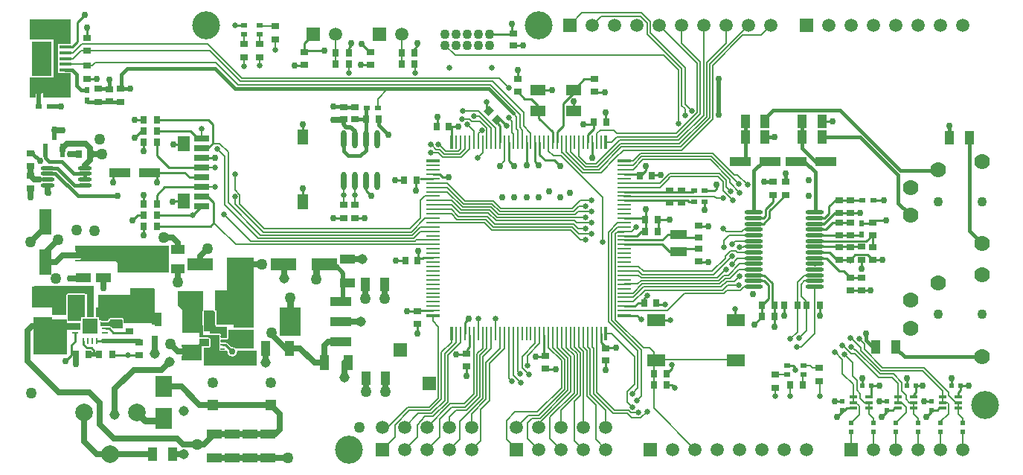
<source format=gtl>
%FSTAX23Y23*%
%MOIN*%
%SFA1B1*%

%IPPOS*%
%AMD44*
4,1,4,0.001400,0.023600,-0.023600,-0.001400,-0.001400,-0.023600,0.023600,0.001400,0.001400,0.023600,0.0*
%
%ADD10R,0.106300X0.100390*%
%ADD11R,0.094490X0.039370*%
%ADD12R,0.094490X0.129920*%
%ADD13R,0.043310X0.066930*%
%ADD14R,0.066930X0.043310*%
%ADD15R,0.019690X0.023620*%
%ADD16R,0.023620X0.019690*%
%ADD17R,0.094490X0.039370*%
%ADD18R,0.033470X0.013780*%
%ADD19R,0.035430X0.027560*%
%ADD20R,0.039370X0.059060*%
%ADD21R,0.035430X0.031500*%
%ADD22R,0.027560X0.035430*%
%ADD23R,0.031500X0.035430*%
%ADD24O,0.082680X0.017720*%
%ADD25R,0.031500X0.023620*%
%ADD26R,0.074800X0.043310*%
%ADD27R,0.070870X0.047240*%
%ADD28R,0.082680X0.055120*%
%ADD29R,0.070870X0.031500*%
%ADD30R,0.047240X0.070870*%
%ADD31R,0.055120X0.070870*%
%ADD32R,0.059060X0.015750*%
%ADD33R,0.059060X0.011020*%
%ADD34R,0.015750X0.059060*%
%ADD35R,0.011020X0.059060*%
%ADD36R,0.023620X0.031500*%
%ADD37R,0.035430X0.062990*%
%ADD38R,0.019690X0.011020*%
%ADD39R,0.039370X0.051180*%
%ADD40R,0.082680X0.064960*%
%ADD41R,0.072840X0.092520*%
%ADD42O,0.023620X0.080710*%
%ADD43R,0.031500X0.019690*%
G04~CAMADD=44~9~0.0~0.0~354.3~315.0~0.0~0.0~0~0.0~0.0~0.0~0.0~0~0.0~0.0~0.0~0.0~0~0.0~0.0~0.0~45.0~472.0~471.0*
%ADD44D44*%
%ADD45R,0.118110X0.055120*%
%ADD46O,0.062990X0.017720*%
%ADD47R,0.053150X0.015750*%
%ADD48R,0.090550X0.157480*%
%ADD49R,0.062990X0.094490*%
%ADD50O,0.031500X0.009840*%
%ADD51O,0.009840X0.031500*%
%ADD52R,0.068110X0.068110*%
%ADD53R,0.055120X0.118110*%
%ADD54R,0.023620X0.059060*%
%ADD55R,0.025590X0.051180*%
%ADD56R,0.059060X0.039370*%
%ADD57C,0.015000*%
%ADD58C,0.025000*%
%ADD59C,0.008000*%
%ADD60C,0.030000*%
%ADD61C,0.020000*%
%ADD62C,0.010000*%
%ADD63C,0.125100*%
%ADD64C,0.059060*%
%ADD65R,0.059060X0.059060*%
%ADD66C,0.070000*%
%ADD67C,0.043310*%
%ADD68R,0.059060X0.059060*%
%ADD69C,0.049210*%
%ADD70R,0.049210X0.049210*%
%ADD71C,0.078740*%
%ADD72C,0.066930*%
%ADD73C,0.050000*%
%ADD74C,0.025000*%
%ADD75C,0.030000*%
%ADD76C,0.019690*%
%ADD77C,0.045000*%
%LNmako_dsp_r1.6-1*%
%LPD*%
G36*
X01063Y00552D02*
X00982D01*
X00982Y00552*
X00975Y00556*
X00967Y00558*
X00962Y00557*
X00944Y00575*
X00941Y00577*
X0094Y00577*
Y00578*
X00915*
Y00591*
X0094*
X00942*
X00946Y00593*
X00948Y00598*
Y00635*
X01063*
Y00552*
G37*
G36*
X00884Y00718D02*
X00889Y00716D01*
X0089*
Y00657*
X00892Y00652*
X00897Y0065*
X00942*
Y00598*
X0094*
X00915*
Y00613*
X00913Y00617*
X00908Y00619*
X00867*
Y00627*
X00841*
Y00655*
X00841Y00655*
Y00718*
X00841Y00718*
Y00722*
X00882*
X00884Y00718*
G37*
G36*
X0062Y00817D02*
X0062Y00713D01*
X00651*
Y00652*
X00621*
Y00666*
X00481*
Y00681*
X0048Y00684*
Y00686*
X00478*
X00475Y00687*
X00419*
X00419Y00687*
X00418Y00687*
X00416Y00686*
X00415Y00686*
X00415Y00685*
X00415Y00685*
X00414Y00685*
X00414Y00685*
X00414Y00685*
X00414Y00684*
X00413Y00683*
X00412Y00681*
X00412Y00678*
X00411Y00677*
X00409Y00676*
X00407Y00676*
X00386*
X00384Y00676*
X00384Y00676*
X00382Y00676*
X0038Y00677*
X00375*
X00374Y00677*
X0037Y00679*
Y00691*
X00355*
Y00736*
X00365*
Y00791*
X0051*
Y00821*
X00616*
X0062Y00817*
G37*
G36*
X00836Y00733D02*
X00835Y00732D01*
Y00718*
X00834*
Y00655*
X00835*
Y00616*
X00838Y00613*
X00908*
Y00595*
Y00575*
Y00555*
X0091*
Y00542*
X00942*
X00945Y00538*
X00945Y00537*
X00947Y00528*
X00951Y00521*
X00958Y00517*
X00967Y00515*
X00975Y00517*
X00982Y00521*
X00986Y00528*
X00988Y00537*
X00988Y00538*
X00991Y00542*
X01077*
Y00474*
X00838*
Y00555*
X00865*
Y00557*
X00866Y00558*
X00868Y00563*
Y00594*
X00866Y00598*
X00862Y006*
X00858*
Y00601*
X00857Y00601*
X00819*
Y00622*
X00742*
Y00725*
X00722Y00745*
Y00807*
X00836*
Y00733*
G37*
G36*
X00862Y00563D02*
X00831D01*
Y005*
X00739*
Y00519*
X00777*
X00784Y00521*
X0079Y00525*
X00794Y00531*
X00795Y00538*
X00794Y00546*
X0079Y00552*
X00784Y00556*
X00777Y00557*
X00739*
Y00569*
X00812*
X00819Y00576*
Y00594*
X00862*
Y00563*
G37*
G36*
X0016Y00681D02*
X00225D01*
Y00666*
X00285*
Y00636*
X00225*
Y00526*
X00075*
Y00691*
X0016*
Y00681*
G37*
G36*
X00682Y00891D02*
X00452D01*
Y00936*
X00447Y00941*
X00262*
Y00949*
X00275*
X00282Y0095*
X00288Y00954*
X00292Y0096*
X00293Y00968*
X00292Y00975*
X00288Y00981*
X00282Y00985*
X00275Y00987*
X00262*
Y01011*
X00682*
Y00891*
G37*
G36*
X01063Y00946D02*
X01005D01*
X01002Y00946*
X00999Y00946*
X00992Y00945*
X00986Y00941*
X00985Y0094*
X00981Y00934*
X00979Y00927*
X00981Y00919*
X00985Y00913*
X00991Y00909*
X00998Y00908*
X01004Y00909*
X01005Y00909*
X01063*
Y00646*
X00972*
Y00657*
X00897*
Y00723*
X00889*
Y00811*
X00943*
Y00959*
X01063*
Y00946*
G37*
G36*
X00244Y01915D02*
X00186D01*
Y01887*
Y01861*
Y01836*
Y0181*
Y01784*
X00244*
Y01675*
X00118*
Y01721*
X00117Y01727*
X00113Y01732*
X00108Y01736*
X00101Y01737*
X00095Y01736*
X0009Y01732*
X00086Y01727*
X00085Y01721*
Y01675*
X00059*
Y01765*
X00062*
X00062*
X00165*
Y01934*
X00062*
X00062*
X00059Y01938*
Y02025*
X00244*
Y01915*
G37*
G36*
X00474Y0068D02*
X00475Y00679D01*
Y00666*
Y00641*
X00432*
X00424Y00648*
X00421Y00651*
X00416Y00652*
X00408*
X00408Y00652*
X00386*
X00382Y00651*
X00381Y00651*
X00375*
Y0067*
X00375Y0067*
X00376Y00671*
X00379*
X0038Y0067*
X0038*
X00381Y0067*
X00382Y0067*
X00382Y0067*
X00386Y00669*
X00408*
X00409Y00669*
X0041Y00669*
X00412Y0067*
X00414Y00671*
X00414Y00671*
X00415Y00672*
X00416Y00673*
X00417Y00674*
X00418Y00676*
X00418Y00677*
X00418Y00679*
X00419Y00679*
X00419Y0068*
X00419Y0068*
X00419Y0068*
X0042Y0068*
X0042Y00681*
X00473*
X00474Y0068*
G37*
G36*
X00305Y00691D02*
X0029D01*
Y00676*
X00231*
Y00681*
X0023Y00684*
Y00791*
X00305*
Y00691*
G37*
G36*
X00345Y00691D02*
X00315D01*
Y00796*
X00308*
X00305Y00797*
X0023*
X00226Y00796*
X00225*
Y00794*
X00223Y00791*
Y00701*
X0016*
Y00736*
X0007*
Y00827*
X00076Y00829*
X00078Y00831*
X00345*
Y00691*
G37*
G54D10*
X00565Y00941D03*
Y0077D03*
G54D11*
X01454Y00581D03*
Y00672D03*
Y00762D03*
G54D12*
X01225Y00672D03*
G54D13*
X0138Y00487D03*
X01487D03*
X00813Y00772D03*
X0092D03*
X01116Y00552D03*
X01222D03*
G54D14*
X01484Y00844D03*
Y00951D03*
X00777Y00645D03*
Y00538D03*
X00965Y00061D03*
Y00168D03*
X01045Y00061D03*
Y00168D03*
X01125Y00061D03*
Y00168D03*
X00885Y00061D03*
Y00168D03*
X0011Y00759D03*
Y00652D03*
X0039Y00974D03*
Y00867D03*
X003Y00974D03*
Y00867D03*
G54D15*
X037Y00275D03*
Y00314D03*
X041Y00275D03*
Y00314D03*
X039Y00275D03*
Y00314D03*
X0424Y00219D03*
Y0018D03*
X0414Y00219D03*
Y0018D03*
X0404Y00219D03*
Y0018D03*
X0394Y00219D03*
Y0018D03*
X0384Y00219D03*
Y0018D03*
X0374Y00219D03*
Y0018D03*
G54D16*
X04229Y00385D03*
X0419D03*
X04029D03*
X0399D03*
X03829D03*
X0379D03*
G54D17*
X03626Y0139D03*
X03493D03*
X03243D03*
X03376D03*
X00595Y0134D03*
X00462D03*
G54D18*
X04148Y00335D03*
Y0031D03*
Y00284D03*
X04221D03*
Y0031D03*
Y00335D03*
X03948D03*
Y0031D03*
Y00284D03*
X04021D03*
Y0031D03*
Y00335D03*
X03748D03*
Y0031D03*
Y00284D03*
X03821D03*
Y0031D03*
Y00335D03*
G54D19*
X0339Y0124D03*
Y01299D03*
X03445Y0124D03*
Y01299D03*
X03785Y00948D03*
Y01007D03*
X00315Y01943D03*
Y01884D03*
Y01759D03*
Y01818D03*
X00365Y01714D03*
Y01655D03*
X00465Y01714D03*
Y01655D03*
X01515Y01194D03*
Y01135D03*
X01465D03*
Y01194D03*
X0102Y01855D03*
Y01914D03*
X0109D03*
Y01855D03*
X0116Y01994D03*
Y01935D03*
X00063Y01267D03*
Y01326D03*
Y01367D03*
Y01426D03*
X0055Y00521D03*
Y0058D03*
X03595Y00405D03*
Y00464D03*
X034Y00434D03*
Y00375D03*
G54D20*
X03521Y0157D03*
X03608D03*
Y015D03*
X03521D03*
X03266D03*
X03353D03*
Y0157D03*
X03266D03*
X04181Y01495D03*
X04268D03*
X03851Y0056D03*
X03938D03*
X00611Y0008D03*
X00698D03*
X01565Y0042D03*
X01652D03*
X01564Y0084D03*
X01651D03*
G54D21*
X03835Y0106D03*
Y01115D03*
Y01005D03*
Y0095D03*
X03736Y00868D03*
Y00813D03*
X03785Y00868D03*
Y00813D03*
X03685Y01115D03*
Y0106D03*
X03735Y01115D03*
Y0106D03*
X03685Y01005D03*
Y0095D03*
X03735Y01005D03*
Y0095D03*
X03685Y0116D03*
Y01215D03*
X03735Y0116D03*
Y01215D03*
X03055Y00997D03*
Y00942D03*
Y01047D03*
Y01102D03*
X02225Y01907D03*
Y01962D03*
X0259Y01757D03*
Y01702D03*
X02245Y01757D03*
Y01702D03*
X01585Y01877D03*
Y01822D03*
X0129Y01877D03*
Y01822D03*
X00415Y01657D03*
Y01712D03*
X01465Y01577D03*
Y01632D03*
X01515Y01577D03*
Y01632D03*
X02925Y01259D03*
Y01204D03*
X0298Y01259D03*
Y01204D03*
X0264Y00552D03*
Y00497D03*
X0237Y00517D03*
Y00462D03*
X02015Y00527D03*
Y00472D03*
X01795Y00717D03*
Y00662D03*
X0019Y00663D03*
Y00718D03*
X00505Y00683D03*
Y00628D03*
G54D22*
X0344Y00745D03*
X03499D03*
X03599D03*
X0354D03*
X01725Y01875D03*
X01784D03*
X01725Y01825D03*
X01784D03*
X0143Y01875D03*
X01489D03*
X0143Y01825D03*
X01489D03*
X02914Y0039D03*
X02855D03*
X00569Y01525D03*
X00628D03*
X00569Y01575D03*
X00628D03*
X00569Y01475D03*
X00628D03*
X00569Y012D03*
X00628D03*
X00569Y011D03*
X00628D03*
X00569Y0115D03*
X00628D03*
X00265Y00526D03*
X00324D03*
X0037D03*
X00429D03*
X03465Y0039D03*
X03524D03*
G54D23*
X0334Y00745D03*
X03395D03*
X0334Y00695D03*
X03395D03*
X02857Y0044D03*
X02912D03*
X01567Y0158D03*
X01622D03*
X02812Y00755D03*
X02867D03*
X01797Y00945D03*
X01742D03*
X01792Y01305D03*
X01737D03*
X01937Y01545D03*
X01882D03*
X02587Y01565D03*
X02642D03*
X02792Y01325D03*
X02847D03*
X02817Y0113D03*
X02872D03*
X02817Y01075D03*
X02872D03*
X00333Y01422D03*
X00278D03*
G54D24*
X03575Y00828D03*
Y00854D03*
Y00879D03*
Y00905D03*
Y00931D03*
Y00956D03*
Y00982D03*
Y01007D03*
Y01033D03*
Y01058D03*
Y01084D03*
Y0111D03*
Y01135D03*
Y01161D03*
X03304Y00828D03*
Y00854D03*
Y00879D03*
Y00905D03*
Y00931D03*
Y00956D03*
Y00982D03*
Y01007D03*
Y01033D03*
Y01058D03*
Y01084D03*
Y0111D03*
Y01135D03*
Y01161D03*
G54D25*
X03036Y01207D03*
X03083D03*
X03036Y01257D03*
X03083D03*
X00149Y01634D03*
X00101D03*
X01618Y0163D03*
X01571D03*
X03838Y01215D03*
X03791D03*
G54D26*
X02965Y01061D03*
Y00985D03*
G54D27*
X02495Y01615D03*
X02337D03*
Y0171D03*
X02495D03*
G54D28*
X03222Y0068D03*
X02867D03*
X03222Y00499D03*
X02867D03*
G54D29*
X00829Y01188D03*
Y01232D03*
Y01275D03*
Y01318D03*
Y01362D03*
Y01405D03*
Y01448D03*
Y01492D03*
G54D30*
X01284Y0121D03*
Y01499D03*
G54D31*
X0075Y01468D03*
Y01212D03*
G54D32*
X02724Y01393D03*
Y007D03*
X01865D03*
Y01393D03*
G54D33*
X02724Y01371D03*
Y01352D03*
Y01332D03*
Y01312D03*
Y01293D03*
Y01273D03*
Y01253D03*
Y01234D03*
Y01214D03*
Y01194D03*
Y01175D03*
Y01155D03*
Y01135D03*
Y01115D03*
Y01096D03*
Y01076D03*
Y01056D03*
Y01037D03*
Y01017D03*
Y00997D03*
Y00978D03*
Y00958D03*
Y00938D03*
Y00919D03*
Y00899D03*
Y00879D03*
Y0086D03*
Y0084D03*
Y0082D03*
Y008D03*
Y00781D03*
Y00761D03*
Y00741D03*
Y00722D03*
X01865D03*
Y00741D03*
Y00761D03*
Y00781D03*
Y008D03*
Y0082D03*
Y0084D03*
Y0086D03*
Y00879D03*
Y00899D03*
Y00919D03*
Y00938D03*
Y00958D03*
Y00978D03*
Y00997D03*
Y01017D03*
Y01037D03*
Y01056D03*
Y01076D03*
Y01096D03*
Y01115D03*
Y01135D03*
Y01155D03*
Y01175D03*
Y01194D03*
Y01214D03*
Y01234D03*
Y01253D03*
Y01273D03*
Y01293D03*
Y01312D03*
Y01332D03*
Y01352D03*
Y01371D03*
G54D34*
X02641Y00617D03*
X01948D03*
Y01476D03*
X02641D03*
G54D35*
X02619Y00617D03*
X026D03*
X0258D03*
X0256D03*
X02541D03*
X02521D03*
X02501D03*
X02482D03*
X02462D03*
X02442D03*
X02422D03*
X02403D03*
X02383D03*
X02363D03*
X02344D03*
X02324D03*
X02304D03*
X02285D03*
X02265D03*
X02245D03*
X02226D03*
X02206D03*
X02186D03*
X02167D03*
X02147D03*
X02127D03*
X02107D03*
X02088D03*
X02068D03*
X02048D03*
X02029D03*
X02009D03*
X01989D03*
X0197D03*
Y01476D03*
X01989D03*
X02009D03*
X02029D03*
X02048D03*
X02068D03*
X02088D03*
X02107D03*
X02127D03*
X02147D03*
X02167D03*
X02186D03*
X02206D03*
X02226D03*
X02245D03*
X02265D03*
X02285D03*
X02304D03*
X02324D03*
X02344D03*
X02363D03*
X02383D03*
X02403D03*
X02422D03*
X02442D03*
X02462D03*
X02482D03*
X02501D03*
X02521D03*
X02541D03*
X0256D03*
X0258D03*
X026D03*
X02619D03*
G54D36*
X00315Y01708D03*
Y01661D03*
X03785Y01111D03*
Y01063D03*
G54D37*
X00887Y00577D03*
G54D38*
X00924Y00606D03*
Y00586D03*
Y00567D03*
Y00547D03*
X00849D03*
Y00567D03*
Y00586D03*
Y00606D03*
G54D39*
X00923Y00687D03*
X0086D03*
G54D40*
X01017Y00682D03*
Y00601D03*
G54D41*
X0066Y00381D03*
Y00238D03*
G54D42*
X01465Y01302D03*
X01515D03*
X01565D03*
X01615D03*
X01465Y01487D03*
X01515D03*
X01565D03*
X01615D03*
G54D43*
X0109Y0196D03*
X01019D03*
X0109Y02D03*
X01019D03*
X03454Y00475D03*
X03525D03*
X03454Y00435D03*
X03525D03*
G54D44*
X02154Y01575D03*
X02115Y01614D03*
G54D45*
X01378Y00928D03*
X01197D03*
X01005D03*
X00824D03*
G54D46*
X00306Y01283D03*
Y01309D03*
Y01334D03*
Y0136D03*
X00139Y01283D03*
Y01309D03*
Y01334D03*
Y0136D03*
G54D47*
X00219Y01824D03*
Y01901D03*
Y01875D03*
Y0185D03*
Y01798D03*
G54D48*
X00113Y0185D03*
G54D49*
X00208Y01974D03*
Y01725D03*
G54D50*
X00263Y0068D03*
Y0066D03*
Y00641D03*
Y00621D03*
X00397D03*
Y00641D03*
Y0066D03*
Y0068D03*
G54D51*
X003Y00584D03*
X0032D03*
X0034D03*
X00359D03*
Y00717D03*
X0034D03*
X0032D03*
X003D03*
G54D52*
X0033Y00651D03*
G54D53*
X00131Y01119D03*
Y00938D03*
G54D54*
X0013Y01439D03*
X00205D03*
X00168Y01514D03*
G54D55*
X00621Y00683D03*
Y00586D03*
G54D56*
X00723Y00994D03*
Y00907D03*
G54D57*
X0047Y0178D02*
X00495Y01805D01*
X0089*
X0098Y01714*
X00269Y0173D02*
Y0178D01*
X0369Y0162D02*
X0396Y0135D01*
X0339Y0162D02*
X0369D01*
X0154Y01415D02*
X01565Y0144D01*
X01485Y01415D02*
X0154D01*
X01465Y01435D02*
X01485Y01415D01*
X0418Y01496D02*
Y0155D01*
X03614Y01499D02*
X03781D01*
X03835Y0056D02*
X03851D01*
X03805Y0059D02*
X03835Y0056D01*
X03805Y0059D02*
Y0062D01*
X03578Y01164D02*
Y01341D01*
X03575Y01161D02*
X03578Y01164D01*
X0353Y0139D02*
X03578Y01341D01*
X0358Y0139D02*
X03626D01*
X03521Y01448D02*
X0358Y0139D01*
X03521Y01448D02*
Y0157D01*
X03613Y015D02*
X03614Y01499D01*
X03353Y01583D02*
X0339Y0162D01*
X03353Y0157D02*
Y01583D01*
Y015D02*
X03395D01*
X0335Y013D02*
X03389D01*
X03266Y015D02*
Y0157D01*
Y015D02*
D01*
X03263Y0139D02*
X03266Y01393D01*
Y015*
X03445Y01299D02*
Y01335D01*
X0032Y01655D02*
X00365D01*
X03345Y0139D02*
X03376D01*
X03304Y01349D02*
X03345Y0139D01*
X03493D02*
X0353D01*
X03608Y015D02*
X03613D01*
Y01486D02*
Y015D01*
X03575Y00931D02*
X03576Y0093D01*
X03304Y01161D02*
Y01349D01*
X00415Y01712D02*
Y01754D01*
X00365Y01714D02*
X00413D01*
X00365Y01655D02*
X00465D01*
X01565Y0144D02*
Y01487D01*
X01465Y01435D02*
Y01487D01*
X01515Y01577D02*
X01517Y0158D01*
X01565*
X01567*
X01565Y01487D02*
Y0158D01*
Y01623*
X01465Y01632D02*
X01515D01*
X00219Y01798D02*
X0025D01*
X00269Y0178*
Y0173D02*
X0029Y01708D01*
X00315*
X01622Y01552D02*
Y0158D01*
Y01552D02*
X01665Y0151D01*
X03978Y00516D02*
X04345D01*
X03944Y0055D02*
X03978Y00516D01*
X03938Y00545D02*
X03944Y0055D01*
X04268Y01077D02*
Y01495D01*
Y01077D02*
X04315Y01031D01*
X04325*
X03996Y01157D02*
X04006D01*
X0396Y0135D02*
X04116D01*
X04128Y01361*
X0395Y01203D02*
X03996Y01157D01*
X0395Y01203D02*
Y0133D01*
X03781Y01499D02*
X0395Y0133D01*
X0142Y01635D02*
X01462D01*
X02115Y01714D02*
X02225Y01605D01*
X0098Y01714D02*
X01664D01*
X02115*
X00306Y01309D02*
Y01334D01*
X00275Y01234D02*
X00454D01*
X00139Y01334D02*
X00174D01*
X00275Y01234*
X00139Y0136D02*
X00184D01*
X00261Y01283D02*
X00306D01*
X00184Y0136D02*
X00261Y01283D01*
X00256Y01334D02*
X00306D01*
X00202Y01389D02*
X00256Y01334D01*
X00147Y01389D02*
X00202D01*
X00507Y01714D02*
X00508Y01714D01*
X00465Y01714D02*
X0047D01*
X00507*
X0047D02*
Y0178D01*
X0013Y01405D02*
Y01439D01*
Y01405D02*
X00147Y01389D01*
X0007Y01426D02*
X00105Y01392D01*
G54D58*
X01125Y00168D02*
X01158D01*
X01045D02*
X01125D01*
X00965D02*
X01045D01*
X00885D02*
X00965D01*
X01158D02*
X0118Y0019D01*
Y0026*
X0114Y003D02*
X0118Y0026D01*
X0088Y003D02*
X0114D01*
X0082D02*
X0088D01*
X00738Y00381D02*
X0082Y003D01*
X0066Y00381D02*
X00738D01*
X002Y01634D02*
D01*
X00611Y00079D02*
X00611Y0008D01*
X00421Y00079D02*
X00611D01*
X00698Y0008D02*
X0075D01*
X0036Y00079D02*
X00421D01*
X00303Y00136D02*
X0036Y00079D01*
X00303Y00136D02*
Y00265D01*
X0142Y01575D02*
X01462D01*
X0039Y00821D02*
Y00867D01*
X0024Y00866D02*
X00298D01*
X003Y00867*
X00265Y00481D02*
Y00526D01*
X00265Y00481D02*
X00265Y00481D01*
X00207Y00968D02*
X00275D01*
X00177Y00938D02*
X00207Y00968D01*
X01225Y00778D02*
X01226Y00779D01*
X00788Y00927D02*
X00817D01*
X00998D02*
X00999Y00928D01*
X01005D02*
X01098D01*
X01484Y00951D02*
X0155D01*
X01551Y00951*
X01198Y00865D02*
Y00924D01*
X01197Y00925D02*
X01198Y00924D01*
X01235Y00552D02*
X01271D01*
X01336Y00487*
X0138*
Y00566*
X01395Y00581*
X01454*
Y00672D02*
X01542D01*
X01116Y00488D02*
Y00552D01*
X00838Y00122D02*
X00885Y00168D01*
X00808Y00122D02*
X00838D01*
X00745D02*
X00808D01*
X00719Y00148D02*
X00745Y00122D01*
X00885Y00061D02*
X00965D01*
X01045*
X01125*
X01215*
X00063Y01326D02*
Y01367D01*
Y01228D02*
Y01267D01*
X00141Y01249D02*
Y01278D01*
X00063Y01326D02*
X0008Y01309D01*
X00103*
X0031Y01468D02*
X0033Y01447D01*
X00307Y01372D02*
X0033Y01395D01*
X00307Y01362D02*
Y01372D01*
X00171Y01528D02*
X00206D01*
X00205Y01439D02*
Y01448D01*
X00225Y01468*
X0031*
X0024Y01422D02*
X00278D01*
X00063Y01426D02*
X0007D01*
X00333Y01422D02*
X00383D01*
X0033Y01395D02*
Y01447D01*
X00131Y00938D02*
X00177D01*
X00119Y0095D02*
X00131Y00938D01*
X00119Y00972D02*
X00185Y01038D01*
X00119Y0095D02*
Y00972D01*
X00062Y01028D02*
X00119Y01085D01*
Y01119*
X00651Y00456D02*
X00686Y00491D01*
X00621Y00527D02*
Y00586D01*
X00048Y00632D02*
X00068Y00652D01*
X0011*
X0044Y00256D02*
Y00371D01*
X00525Y00456*
X00651*
X00373Y00211D02*
Y00307D01*
Y00211D02*
X00436Y00148D01*
X00719*
X00326Y00354D02*
X00373Y00307D01*
X00048Y00495D02*
Y00632D01*
Y00495D02*
X0019Y00354D01*
X00326*
X00731Y00538D02*
X00777D01*
X0069Y00571D02*
X00722Y00538D01*
X01651Y00774D02*
Y0084D01*
X01564Y00775D02*
Y0084D01*
Y00775D02*
D01*
X01566Y00357D02*
Y00419D01*
X01653Y00357D02*
Y00419D01*
X01652Y0042D02*
X01653Y00419D01*
X01471Y00422D02*
Y00486D01*
X0147Y00487D02*
X01471Y00486D01*
X01207Y00552D02*
X01222D01*
X01144Y00615D02*
X01207Y00552D01*
X01144Y00615D02*
Y00622D01*
X00824Y00964D02*
X00857Y00997D01*
X00824Y00928D02*
Y00964D01*
X00723Y00848D02*
Y00907D01*
Y00848D02*
D01*
X00658Y01049D02*
X007D01*
X00723Y01026*
Y00994D02*
Y01026D01*
G54D59*
X00646Y0023D02*
X0066Y00243D01*
X02205Y01585D02*
X0222Y0157D01*
Y0152D02*
Y0157D01*
Y0152D02*
X02226Y01513D01*
X0224Y01535D02*
Y0159D01*
X02225Y01605D02*
X0224Y0159D01*
X02255Y01541D02*
Y016D01*
X02273Y01548D02*
Y01607D01*
X02125Y01729D02*
X02255Y016D01*
X02133Y01747D02*
X02273Y01607D01*
X01003Y01747D02*
X02133D01*
X01008Y01761D02*
X02163D01*
X02205Y0172*
X0224Y01535D02*
X02245Y01529D01*
Y01476D02*
Y01529D01*
X02255Y01541D02*
X02265Y0153D01*
X02273Y01548D02*
X02304Y01516D01*
X00855Y01915D02*
X01008Y01761D01*
X00479Y01915D02*
X00855D01*
X00315Y01884D02*
X00865D01*
X00893Y01832D02*
D01*
X00352D02*
X00893D01*
X00865Y01884D02*
X01003Y01747D01*
X00479Y01915D02*
D01*
X01774Y01059D02*
X01811Y01096D01*
X00934Y01195D02*
Y01411D01*
X01811Y01096D02*
X01865D01*
X00929Y01151D02*
X01048Y01031D01*
X01001Y01197D02*
Y0124D01*
X00979Y01262D02*
X01001Y0124D01*
X00979Y012D02*
Y01231D01*
X02855Y00284D02*
Y0039D01*
Y00284D02*
X0304Y001D01*
X02835Y00555D02*
X02855Y00534D01*
X02809Y00555D02*
X02835D01*
X02684Y00679D02*
X02809Y00555D01*
X02855Y0039D02*
Y00534D01*
X02079Y00139D02*
Y00219D01*
X0204Y001D02*
X02079Y00139D01*
X01948Y00289D02*
X02009D01*
X01895Y00235D02*
X01948Y00289D01*
X02009D02*
X02062Y00342D01*
X02015Y00275D02*
X02076Y00336D01*
X0197Y00275D02*
X02015D01*
X0194Y00245D02*
X0197Y00275D01*
X02005Y00305D02*
X02048Y00348D01*
X01944Y00305D02*
X02005D01*
X0184Y002D02*
X01944Y00305D01*
X0264Y002D02*
Y00275D01*
X0257Y00345D02*
X0264Y00275D01*
X0257Y00345D02*
Y00548D01*
X02586Y00349D02*
Y00551D01*
Y00349D02*
X02674Y00261D01*
X026Y00354D02*
X0268Y00275D01*
X026Y00354D02*
Y00617D01*
X02595Y00145D02*
Y003D01*
X02555Y0034D02*
X02595Y003D01*
X02555Y0034D02*
Y00543D01*
X02383Y00556D02*
X02442Y00498D01*
Y00376D02*
Y00498D01*
X02333Y00267D02*
X02442Y00376D01*
X02403Y00556D02*
X02456Y00503D01*
Y0037D02*
Y00503D01*
X02339Y00253D02*
X02456Y0037D01*
X02423Y00556D02*
X0247Y00509D01*
Y00364D02*
Y00509D01*
X02345Y00239D02*
X0247Y00364D01*
X02442Y00556D02*
X02484Y00515D01*
Y00358D02*
Y00515D01*
X0234Y00214D02*
X02484Y00358D01*
X02462Y00556D02*
X02498Y00521D01*
Y00352D02*
Y00521D01*
X0239Y00244D02*
X02498Y00352D01*
X02482Y00556D02*
X02512Y00527D01*
Y00347D02*
Y00527D01*
X0244Y00275D02*
X02512Y00347D01*
X025Y00558D02*
X02526Y00532D01*
Y00341D02*
Y00532D01*
X025Y00315D02*
X02526Y00341D01*
X02521Y00557D02*
X0254Y00538D01*
Y002D02*
Y00538D01*
X02541Y00557D02*
X02555Y00543D01*
X0256Y00557D02*
X0257Y00548D01*
X0258Y00557D02*
X02586Y00551D01*
X0258Y00557D02*
Y00617D01*
X02245Y00449D02*
Y00617D01*
X02186Y00551D02*
Y00617D01*
X02118Y00484D02*
X02186Y00551D01*
X02118Y00319D02*
Y00484D01*
X02167Y00552D02*
Y00617D01*
X02104Y00489D02*
X02167Y00552D01*
X02104Y00324D02*
Y00489D01*
X02062Y00342D02*
Y00527D01*
X02076Y00336D02*
Y00521D01*
X0209Y0033D02*
Y00515D01*
X02088Y00552D02*
Y00617D01*
X02062Y00527D02*
X02088Y00552D01*
X02107Y00552D02*
Y00617D01*
X02076Y00521D02*
X02107Y00552D01*
X02127Y00552D02*
Y00617D01*
X0209Y00515D02*
X02127Y00552D01*
X0208Y0028D02*
X02118Y00319D01*
X0204Y0026D02*
X02104Y00324D01*
X01985Y00224D02*
X0209Y0033D01*
X02048Y00348D02*
Y00617D01*
X02798Y00338D02*
Y00546D01*
X02684Y00679D02*
Y01066D01*
X02666Y00678D02*
X02798Y00546D01*
X02666Y00678D02*
Y01067D01*
X02784Y00374D02*
Y00541D01*
X02652Y00673D02*
X02784Y00541D01*
X02652Y00673D02*
Y01073D01*
X03219Y00502D02*
X03222Y00499D01*
X0287Y00502D02*
X03219D01*
X02867Y00499D02*
X0287Y00502D01*
X02195Y00145D02*
X0224Y001D01*
X02195Y00145D02*
Y0023D01*
X03862Y00423D02*
X03922D01*
X03868Y00437D02*
X03928D01*
X03874Y00451D02*
X04059D01*
X03761Y00544D02*
X03868Y00437D01*
X03756Y00544D02*
X03761D01*
X03755Y0053D02*
X03862Y00423D01*
X03738Y0053D02*
X03755D01*
X03784Y00541D02*
X03874Y00451D01*
X03784Y00541D02*
Y00554D01*
X03738Y006D02*
X03784Y00554D01*
X0388Y00465D02*
X04065D01*
X03798Y00547D02*
X0388Y00465D01*
X03798Y00547D02*
Y00572D01*
X03922Y00423D02*
X03948Y00396D01*
X03928Y00437D02*
X03965Y004D01*
X04059Y00451D02*
X04148Y00361D01*
X04065Y00465D02*
X04175Y00354D01*
X037Y0044D02*
X03748Y00391D01*
X03745Y0043D02*
Y0049D01*
X0372Y00515D02*
X03745Y0049D01*
X037Y0044D02*
Y00503D01*
X0424Y001D02*
D01*
Y0018D01*
X0414Y001D02*
D01*
Y0018D01*
X0404Y001D02*
D01*
Y0018D01*
X0394D02*
D01*
Y001D02*
Y0018D01*
X0384Y001D02*
D01*
Y0018D01*
X0374Y001D02*
D01*
Y0018D01*
X02344Y00574D02*
Y00617D01*
X0229Y0052D02*
X02344Y00574D01*
X02324Y00574D02*
Y00617D01*
X03595Y00405D02*
X036Y004D01*
Y0034D02*
Y004D01*
X03565Y00464D02*
X03595D01*
X03555Y00475D02*
X03565Y00464D01*
X03525Y00475D02*
X03555D01*
X03524Y00435D02*
X03525Y00435D01*
X03524Y0039D02*
Y00435D01*
X03465Y0034D02*
X03465Y0034D01*
Y0039*
X034Y0034D02*
D01*
Y00375*
Y00434D02*
X03401Y00435D01*
X03454*
X02737Y00312D02*
Y00359D01*
Y00312D02*
X0276Y0029D01*
X0277Y00391D02*
Y00515D01*
X0278Y0032D02*
X02798Y00338D01*
X0276Y0035D02*
X02784Y00374D01*
X02667Y00617D02*
X0277Y00515D01*
X02641Y00617D02*
X02667D01*
X0256Y00557D02*
Y00617D01*
X02541Y00557D02*
Y00617D01*
X02521Y00557D02*
Y00617D01*
X025Y00558D02*
Y00617D01*
X02482Y00556D02*
Y00617D01*
X02462Y00556D02*
Y00617D01*
X02442Y00556D02*
Y00617D01*
X02423Y00556D02*
Y00617D01*
X02403Y00556D02*
Y00617D01*
X02383Y00556D02*
Y00617D01*
X0202Y01555D02*
X02048Y01526D01*
Y01476D02*
Y01526D01*
X02068Y01476D02*
X0207Y01477D01*
Y01515*
X02085Y0153*
X02147Y01476D02*
Y01539D01*
X02127Y01476D02*
Y01538D01*
X0189Y0033D02*
Y0065D01*
X01865Y00674D02*
X0189Y0065D01*
X01865Y00674D02*
Y007D01*
X01989Y0058D02*
Y00617D01*
X0197Y0058D02*
Y00617D01*
X01918Y00528D02*
X0197Y0058D01*
X01932Y00522D02*
X01989Y0058D01*
X01932Y00312D02*
Y00522D01*
X01918Y00318D02*
Y00528D01*
X01948Y00578D02*
Y00617D01*
X01904Y00534D02*
X01948Y00578D01*
X01904Y00324D02*
Y00534D01*
X03135Y01225D02*
X03165D01*
X03126Y01233D02*
X03135Y01225D01*
X02724Y01233D02*
X03126D01*
X03217Y00852D02*
X0324Y00875D01*
X03196Y00866D02*
X03235Y00905D01*
X0319Y0088D02*
X03241Y00931D01*
X03198Y0099D02*
X03223D01*
X03175Y00955D02*
Y00966D01*
X03198Y0099*
X0323Y00982D02*
X03304D01*
X03223Y0099D02*
X0323Y00982D01*
X03257Y01007D02*
X03304D01*
X03255Y01005D02*
X03257Y01007D01*
X0324Y01005D02*
X03255D01*
X03235Y00905D02*
X03304D01*
X03241Y00931D02*
X03304D01*
X03231Y00956D02*
X03304D01*
X03205Y0093D02*
X03231Y00956D01*
X03205Y0102D02*
X03218Y01033D01*
X03304*
X03192Y01058D02*
X03304D01*
X0317Y01005D02*
Y01036D01*
X03192Y01058*
X0318Y01075D02*
X0325D01*
X03165Y0109D02*
X0318Y01075D01*
X0374Y0056D02*
X03756Y00544D01*
X03703Y00565D02*
X03738Y0053D01*
X03775Y00595D02*
X03798Y00572D01*
X02618Y01338D02*
X02684Y01404D01*
X02445Y01429D02*
X02536Y01338D01*
X02597Y0138D02*
X02702Y01485D01*
X02554Y0138D02*
X02597D01*
X02521Y01412D02*
X02554Y0138D01*
X02603Y01366D02*
X02707Y0147D01*
X02548Y01366D02*
X02603D01*
X02482Y01432D02*
X02548Y01366D01*
X02608Y01352D02*
X02711Y01455D01*
X02542Y01352D02*
X02608D01*
X02462Y01432D02*
X02542Y01352D01*
X02536Y01338D02*
X02618D01*
X02718Y0144D02*
X0298D01*
X02684Y01405D02*
X02718Y0144D01*
X02684Y01404D02*
Y01405D01*
X02702Y01485D02*
X02966D01*
X02707Y0147D02*
X02971D01*
X02711Y01455D02*
X02976D01*
X02615Y0153D02*
X02675D01*
X026Y01515D02*
X02615Y0153D01*
X026Y01476D02*
Y01515D01*
X01865Y01155D02*
X01949D01*
X01865Y01175D02*
X01949D01*
X01865Y01194D02*
X01949D01*
X01865Y01214D02*
X01949D01*
X01865Y01253D02*
X0193D01*
X01865Y01273D02*
X0193D01*
X01865Y01293D02*
X01931D01*
X02525Y01215D02*
X02575D01*
X0249Y0118D02*
X02525Y01215D01*
X02518Y01188D02*
X02548D01*
X02496Y01166D02*
X02518Y01188D01*
X02515Y01165D02*
X02575D01*
X02502Y01152D02*
X02515Y01165D01*
X0251Y01115D02*
X02575D01*
X02501Y01124D02*
X0251Y01115D01*
X02525Y0104D02*
X0255D01*
X0252Y01065D02*
X02575D01*
X02489Y01096D02*
X0252Y01065D01*
X02483Y01082D02*
X02525Y0104D01*
X02515Y0109D02*
X0255D01*
X02495Y0111D02*
X02515Y0109D01*
X02548Y01138D02*
X0255Y0114D01*
X02548Y01188D02*
X0255Y0119D01*
X01784Y01825D02*
X01785Y01824D01*
Y01785D02*
Y01824D01*
X02694Y01096D02*
X02724D01*
X02666Y01067D02*
X02694Y01096D01*
X02694Y01115D02*
X02724D01*
X02652Y01073D02*
X02694Y01115D01*
X01753Y00289D02*
X01849D01*
X01664Y002D02*
X01753Y00289D01*
X01849D02*
X0189Y0033D01*
X01695Y0021D02*
X01759Y00275D01*
X01854*
X0174Y002D02*
X01801Y00261D01*
X0186*
X01795Y0021D02*
X01831Y00247D01*
X01866*
X01932Y00312*
X0186Y00261D02*
X01918Y00318D01*
X01854Y00275D02*
X01904Y00324D01*
X01795Y00155D02*
Y0021D01*
X0184Y002D02*
Y002D01*
X01895Y00155D02*
Y00235D01*
X01695Y00155D02*
Y0021D01*
X0164Y002D02*
X01664D01*
X0164Y001D02*
X01695Y00155D01*
X0208Y0022D02*
Y0028D01*
X01985Y00145D02*
Y00224D01*
X0204Y002D02*
Y0026D01*
X02079Y00219D02*
X0208Y0022D01*
X0174Y001D02*
X01795Y00155D01*
X0184Y001D02*
X01895Y00155D01*
X0194Y002D02*
Y00245D01*
Y001D02*
X01985Y00145D01*
X02206Y00418D02*
Y00617D01*
X02195Y0023D02*
X02232Y00267D01*
X0312Y01579D02*
Y0182D01*
X03106Y01584D02*
Y01826D01*
X03092Y0159D02*
Y01831D01*
X03078Y01596D02*
Y01998D01*
X03064Y01602D02*
Y01835D01*
X0305Y01608D02*
Y0183D01*
X0298Y01919D02*
X03064Y01835D01*
X0298Y01919D02*
Y02D01*
X03092Y01831D02*
X0318Y01919D01*
Y02*
X00099Y01723D02*
X00101Y01721D01*
X02363Y00612D02*
D01*
X02724Y0084D02*
X02724Y00841D01*
X03515Y00784D02*
X03535Y00765D01*
X03515Y00784D02*
Y0084D01*
X03535Y00755D02*
Y00765D01*
X03515Y0084D02*
X03529Y00854D01*
X03575*
X03499Y00745D02*
Y00849D01*
X03529Y00879*
X03575*
X02724Y00919D02*
X02787D01*
X02724Y00899D02*
X02787D01*
X02724Y00879D02*
X02787D01*
X01725Y01825D02*
Y0196D01*
X0143Y01825D02*
Y0196D01*
X02285Y01476D02*
X02285Y01476D01*
X02186Y01391D02*
Y01476D01*
X03507Y006D02*
X0354Y00632D01*
Y00745*
X03497Y0056D02*
X03515D01*
X03575Y0062*
Y00827*
X03575Y00828*
X03499Y00626D02*
Y00745D01*
X03467Y00595D02*
X03499Y00626D01*
X02724Y01234D02*
X02724Y01233D01*
X0374Y00219D02*
X03775Y00255D01*
X03761Y0031D02*
X03775Y00295D01*
Y00255D02*
Y00295D01*
X03748Y0031D02*
Y00335D01*
Y0031D02*
X03761D01*
X03165Y01258D02*
Y013D01*
X03208Y01215D02*
X0321D01*
X03821Y00258D02*
Y00284D01*
Y0031*
Y00258D02*
X0384Y0024D01*
Y00219D02*
Y0024D01*
X0378Y0033D02*
Y0035D01*
X038Y0031D02*
X03821D01*
X03765Y00365D02*
X0378Y0035D01*
Y0033D02*
X038Y0031D01*
X0318Y01275D02*
X032Y01255D01*
X0318Y01275D02*
Y01305D01*
X0394Y00219D02*
Y0022D01*
X03948Y0031D02*
X03965D01*
X0394Y0022D02*
X03985Y00265D01*
Y0029*
X03965Y0031D02*
X03985Y0029D01*
X03948Y0031D02*
Y00335D01*
X03195Y01295D02*
X0324Y0125D01*
X03195Y01295D02*
Y0131D01*
X03108Y01397D02*
X03195Y0131D01*
X04021Y00258D02*
Y00284D01*
Y0031*
Y00258D02*
X0404Y0024D01*
Y00219D02*
Y0024D01*
X04Y0031D02*
X04021D01*
X03985Y00325D02*
X04Y0031D01*
X0321Y01315D02*
X03235Y0129D01*
X0321Y01315D02*
Y01315D01*
X03114Y01411D02*
X0321Y01315D01*
X04221Y00258D02*
Y00284D01*
Y0031*
Y00258D02*
X0424Y0024D01*
Y00219D02*
Y0024D01*
X04175Y00343D02*
Y00354D01*
X04209Y0031D02*
X04221D01*
X04175Y00343D02*
X04209Y0031D01*
X0323Y0133D02*
X03275Y01285D01*
X03215Y0133D02*
X0323D01*
X0312Y01425D02*
X03215Y0133D01*
X0414Y00219D02*
Y00225D01*
X04175Y0026*
X0417Y0031D02*
X04175Y00304D01*
Y0026D02*
Y00304D01*
X04148Y0031D02*
Y00335D01*
Y0031D02*
X0417D01*
X04148Y00335D02*
Y00361D01*
X03735Y006D02*
X03738D01*
X03985Y00325D02*
Y00342D01*
X03965Y00362D02*
X03985Y00342D01*
X03965Y00362D02*
Y004D01*
X03948Y00335D02*
Y00396D01*
X037Y00565D02*
X03703D01*
X03745Y0043D02*
X03765Y0041D01*
Y00365D02*
Y0041D01*
X03748Y00335D02*
Y00391D01*
X03668Y00535D02*
X037Y00503D01*
X03665Y00535D02*
X03668D01*
X02595Y00145D02*
X0264Y001D01*
X025Y0014D02*
X0254Y001D01*
X02226Y00433D02*
Y00617D01*
X00829Y01492D02*
Y01536D01*
X0083Y01361D02*
X00889D01*
X00979Y01262D02*
Y01331D01*
X00906Y01438D02*
X00934Y01411D01*
X00879Y0147D02*
X00909D01*
X00949Y01431*
X0224Y002D02*
X02293Y00253D01*
X0229Y0015D02*
X0234Y001D01*
X0229Y0015D02*
Y0022D01*
X02309Y00239*
X0244Y002D02*
Y00275D01*
X0234Y002D02*
Y00214D01*
X02309Y00239D02*
X02345D01*
X02293Y00253D02*
X02339D01*
X02232Y00267D02*
X02333D01*
X0239Y0015D02*
Y00244D01*
Y0015D02*
X0244Y001D01*
X02724Y01352D02*
X02762D01*
X02724Y01371D02*
X02762D01*
X02724Y01393D02*
X02764D01*
X02762Y01352D02*
X02807Y01397D01*
X03108*
X02762Y01371D02*
X02801Y01411D01*
X03114*
X02764Y01393D02*
X02795Y01425D01*
X0312*
X02641Y01476D02*
X02666D01*
X0269Y015*
X02422Y00617D02*
X02423Y00617D01*
X02226Y00433D02*
X0226Y004D01*
X02206Y00418D02*
X0222Y00405D01*
X03165Y01258D02*
X03208Y01215D01*
X02724Y00841D02*
X02784D01*
X02724Y008D02*
X02764D01*
X02724Y00781D02*
X02764D01*
X02724Y00761D02*
X02764D01*
X02088Y01428D02*
Y01476D01*
X02065Y01405D02*
X02088Y01428D01*
X0149Y01785D02*
Y01825D01*
X02029Y01444D02*
Y01476D01*
X02009Y01444D02*
Y01476D01*
X01989Y01444D02*
Y01476D01*
X01855Y01465D02*
X01858D01*
X01993Y01408D02*
X02029Y01444D01*
X01911Y01408D02*
X01993D01*
X01987Y01422D02*
X02009Y01444D01*
X01981Y01436D02*
X01989Y01444D01*
X0189Y01465D02*
X01894D01*
X01922Y01436*
X01981*
X01917Y01422D02*
X01987D01*
X01897Y01442D02*
X01917Y01422D01*
X01891Y01428D02*
X01911Y01408D01*
X01856Y01428D02*
X01891D01*
X01855Y0143D02*
X01856Y01428D01*
X0116Y0189D02*
Y01935D01*
Y0189D02*
D01*
X01095Y01994D02*
X0116D01*
X0109Y02D02*
X01095Y01994D01*
X0109Y01914D02*
Y0196D01*
Y01914D02*
D01*
X01019Y01915D02*
Y0196D01*
Y01915D02*
X0102Y01914D01*
Y01815D02*
Y01855D01*
X0109Y0182D02*
Y01855D01*
X02724Y01076D02*
X02756D01*
X02775Y01095*
X02719Y01072D02*
X02724Y01076D01*
X0269Y01072D02*
X02719D01*
X02684Y01066D02*
X0269Y01072D01*
X02995Y01645D02*
X03025Y01615D01*
X0288Y02D02*
X0305Y0183D01*
X03078Y01998D02*
X0308Y02D01*
X03106Y01826D02*
X0328Y02D01*
X0312Y0182D02*
X03254Y01955D01*
X03335*
X0338Y02*
X0183Y01235D02*
X01865D01*
X0181Y01215D02*
X0183Y01235D01*
X00829Y01276D02*
X00889D01*
X00219Y01875D02*
X00254D01*
X00294Y01915*
X0325Y01075D02*
X03259Y01084D01*
X03304*
X0315Y01335D02*
X0318Y01305D01*
X03144Y01321D02*
X03165Y013D01*
X02839Y01966D02*
Y02016D01*
Y01966D02*
X02995Y0181D01*
Y01645D02*
Y0181D01*
X02825Y0196D02*
X02981Y01804D01*
X02825Y0196D02*
Y0201D01*
X02981Y01639D02*
Y01804D01*
Y01639D02*
X02995Y01625D01*
Y01595D02*
Y01625D01*
X00949Y01205D02*
Y01431D01*
X0183Y01135D02*
X01865D01*
X0181Y01135D02*
Y01215D01*
X02795Y0204D02*
X02825Y0201D01*
X02801Y02054D02*
X02839Y02016D01*
X0258Y02D02*
X0262Y0204D01*
X02795*
X02534Y02054D02*
X02801D01*
X0248Y02D02*
X02534Y02054D01*
X01858Y01465D02*
X0188Y01442D01*
X01897*
X02147Y00617D02*
Y00685D01*
X02068Y00617D02*
Y00685D01*
X02715Y00722D02*
X02917D01*
X02994Y00799*
X02784Y00841D02*
X02798Y00855D01*
X02764Y008D02*
X02804Y00841D01*
X02764Y00781D02*
X0281Y00827D01*
X03117Y00897D02*
X03175Y00955D01*
X0281Y00897D02*
X03117D01*
X02787Y00919D02*
X0281Y00897D01*
X03123Y00883D02*
X03205Y00965D01*
X02804Y00883D02*
X03123D01*
X02787Y00899D02*
X02804Y00883D01*
X02787Y00879D02*
X02798Y00869D01*
X02764Y00761D02*
X02816Y00813D01*
X025Y0014D02*
Y00315D01*
X0192Y0191D02*
X01965Y01865D01*
X029*
X02967Y01798*
Y0156D02*
Y01798D01*
X00339Y01818D02*
X00352Y01832D01*
X00315Y01818D02*
X00339D01*
X00309Y01824D02*
X00315Y01818D01*
X00219Y01824D02*
X00309D01*
X00288Y01884D02*
X00315D01*
X00254Y0185D02*
X00288Y01884D01*
X00219Y0185D02*
X00254D01*
X02931Y01321D02*
X03144D01*
X0291Y01319D02*
Y01319D01*
X02925Y01335*
X02924Y01313D02*
Y01314D01*
X02931Y01321*
X02883Y01273D02*
X02924Y01313D01*
X02724Y01293D02*
X02883D01*
X0291Y01319*
X02925Y01335D02*
X0315D01*
X02724Y01273D02*
X02883D01*
X01515Y0124D02*
Y01302D01*
X01465Y0124D02*
Y01302D01*
Y01194D02*
Y0124D01*
X01515Y01194D02*
Y0124D01*
X01565Y01623D02*
X01571Y0163D01*
X02625Y0103D02*
Y0123D01*
X02265Y01476D02*
Y0153D01*
X02304Y01476D02*
Y01516D01*
X02226Y01476D02*
Y01513D01*
X0298Y0144D02*
X0312Y01579D01*
X02976Y01455D02*
X03106Y01584D01*
X02971Y0147D02*
X03092Y0159D01*
X02966Y01485D02*
X03078Y01596D01*
X0269Y015D02*
X02961D01*
X03064Y01602*
X02956Y01515D02*
X0305Y01608D01*
X02675Y0153D02*
X0269Y01515D01*
X02956*
X02165Y0137D02*
X02186Y01391D01*
X02383Y01436D02*
Y01476D01*
Y01436D02*
X02405Y01415D01*
X0244*
X02625Y0123*
X02442Y01429D02*
Y01476D01*
Y01429D02*
X02445D01*
X02462Y01432D02*
Y01476D01*
X02482Y01432D02*
Y01476D01*
X02521Y01412D02*
Y01476D01*
X00294Y01915D02*
X00479D01*
X02265Y00465D02*
X02295Y00435D01*
X02265Y00465D02*
Y00515D01*
X02324Y00574*
X0229Y00475D02*
Y0052D01*
X02245Y00449D02*
X02255Y0044D01*
X0326Y00828D02*
X03304D01*
X03244Y00812D02*
X0326Y00828D01*
X02994Y00799D02*
X03169D01*
X03182Y00812*
X03244*
X02804Y00841D02*
X03151D01*
X02798Y00855D02*
X03145D01*
X02798Y00869D02*
X0314D01*
X02816Y00813D02*
X03163D01*
X0281Y00827D02*
X03157D01*
X03176Y00905D02*
X0318D01*
X0314Y00869D02*
X03176Y00905D01*
X03145Y00855D02*
X03171Y0088D01*
X03151Y00841D02*
X03177Y00866D01*
X03157Y00827D02*
X03182Y00852D01*
X03163Y00813D02*
X03185Y00835D01*
X03235*
X03182Y00852D02*
X03217D01*
X03177Y00866D02*
X03196D01*
X03171Y0088D02*
X0319D01*
X00893Y01832D02*
X00993Y01731D01*
X02122*
X02125Y01729*
X02125*
X0268Y00275D02*
X02743D01*
X02753Y00265*
X02785*
X02674Y00261D02*
X02737D01*
X02755Y00242*
X02737Y00359D02*
X0277Y00391D01*
X02755Y00242D02*
X02797D01*
X02825Y0027*
X02107Y01476D02*
Y01538D01*
X0205Y01592D02*
X02074D01*
X02127Y01538*
X01995Y0158D02*
X0203D01*
X0204Y01569*
X02077*
X02107Y01538*
X02Y01614D02*
X02071D01*
X02147Y01539*
X01618Y0163D02*
Y01668D01*
X01664Y01714*
X00883Y01115D02*
X00901Y01097D01*
X02097Y01115D02*
X02131Y01082D01*
X02483*
X01949Y01155D02*
X01974Y01129D01*
X02102*
X02136Y01096*
X02489*
X0198Y01143D02*
X02108D01*
X02142Y0111*
X02495*
X01986Y01157D02*
X02114D01*
X02148Y01124*
X01992Y01171D02*
X0212D01*
X02154Y01138*
X01998Y01185D02*
X02126D01*
X02159Y01152*
X02502*
X02003Y01199D02*
X02131D01*
X02165Y01166*
X02496*
X01931Y01293D02*
X02011Y01213D01*
X02137*
X02171Y0118*
X0249*
X01949Y01175D02*
X0198Y01143D01*
X01949Y01194D02*
X01986Y01157D01*
X02148Y01124D02*
X02501D01*
X01949Y01214D02*
X01992Y01171D01*
X02154Y01138D02*
X02548D01*
X0193Y01253D02*
X01998Y01185D01*
X0193Y01273D02*
X02003Y01199D01*
X01785Y01031D02*
X01791Y01037D01*
X01865*
Y01115D02*
X02097D01*
X0178Y01045D02*
X01811Y01076D01*
X01865*
X01768Y01073D02*
X0183Y01135D01*
X00949Y01205D02*
X01094Y01059D01*
X01762Y01087D02*
X0181Y01135D01*
X00934Y01195D02*
X01083Y01045D01*
X01001Y01197D02*
X01111Y01087D01*
X01762*
X00979Y012D02*
X01105Y01073D01*
X01768*
X01094Y01059D02*
X01774D01*
X01083Y01045D02*
X0178D01*
X00982Y01017D02*
X01865D01*
X00901Y01098D02*
X00982Y01017D01*
X01048Y01031D02*
X01785D01*
G54D60*
X00575Y0023D02*
X00646D01*
X0054Y00265D02*
X00575Y0023D01*
X01225Y00679D02*
Y00778D01*
X01344Y00861D02*
Y00925D01*
G54D61*
X00101Y01634D02*
Y01721D01*
X00149Y01634D02*
X002D01*
X03145Y016D02*
Y0176D01*
X01465Y01555D02*
X01476Y01543D01*
X01496*
X01515Y01525*
Y01487D02*
Y01525D01*
X01465Y01555D02*
Y01577D01*
X00325Y00526D02*
X0037D01*
X00385Y00584D02*
X00553D01*
X01389Y00922D02*
X01432D01*
X01464Y00759D02*
Y0089D01*
X01432Y00922D02*
X01464Y0089D01*
X01344Y00925D02*
X01378D01*
G54D62*
X00883Y01115D02*
Y01206D01*
X02914Y0039D02*
X02935D01*
X0295Y00375*
X02912Y0044D02*
X02935Y00462D01*
Y0048*
X0418Y01496D02*
X04181Y01495D01*
X0349Y00455D02*
Y00465D01*
X0348Y00475D02*
X0349Y00465D01*
X03454Y00475D02*
X0348D01*
X02619Y0058D02*
Y00617D01*
Y0058D02*
X0264Y0056D01*
Y00552D02*
Y0056D01*
X02167Y01476D02*
Y01547D01*
X02157Y01557D02*
X02167Y01547D01*
X03012Y01207D02*
X03036D01*
X03005Y01214D02*
X03012Y01207D01*
X02724Y01214D02*
X03005D01*
X0264Y01567D02*
Y0161D01*
X02577Y01555D02*
X02587Y01565D01*
X0254Y01555D02*
X02577D01*
X02587Y01534D02*
Y01565D01*
X00315Y01943D02*
Y01988D01*
X02337Y01615D02*
Y01637D01*
X02305Y0167D02*
X02337Y01637D01*
X02277Y0167D02*
X02305D01*
X02448Y01548D02*
Y0165D01*
X02422Y01522D02*
X02448Y01548D01*
X02422Y01476D02*
Y01522D01*
X02403Y01476D02*
Y01521D01*
X02341Y01583D02*
X02403Y01521D01*
X02341Y01583D02*
Y01615D01*
X02448Y0165D02*
X02495Y01696D01*
Y0171*
X02029Y00559D02*
Y00612D01*
X02012Y00525D02*
X02015Y00527D01*
X0197Y00525D02*
X02012D01*
X0202Y0055D02*
X02029Y00559D01*
X0202Y0054D02*
Y0055D01*
X02009Y00617D02*
Y00669D01*
X02025Y00685*
X00924Y00567D02*
X00936D01*
X00967Y00537*
X04029Y00385D02*
X0406D01*
X0379Y00385D02*
X0379Y00385D01*
X0379Y00385D02*
Y0042D01*
X03865Y00385D02*
D01*
X03829D02*
X03865D01*
X0399Y00385D02*
X0399Y00385D01*
X0399Y00385D02*
Y0042D01*
X04029Y00385D02*
D01*
X0419Y00385D02*
X0419Y00385D01*
X0419Y00385D02*
Y0042D01*
X04229Y00385D02*
D01*
X04265*
X041Y0027D02*
Y00275D01*
X04075Y00245D02*
X041Y0027D01*
X04099Y00315D02*
X041Y00314D01*
X04065Y00315D02*
X04099D01*
X039Y0027D02*
Y00275D01*
X03875Y00245D02*
X039Y0027D01*
X03899Y00315D02*
X039Y00314D01*
X03865Y00315D02*
X03899D01*
X03699D02*
X037Y00314D01*
X03665Y00315D02*
X03699D01*
X03675Y00245D02*
X03705Y00275D01*
X0371*
X03719Y00284D02*
X03748D01*
X0371Y00275D02*
X03719Y00284D01*
X04229Y00364D02*
Y00385D01*
X04221Y00356D02*
X04229Y00364D01*
X04221Y00335D02*
Y00356D01*
X041Y00275D02*
X04125D01*
X04134Y00284*
X04148*
X04021Y00335D02*
Y00346D01*
X04029Y00354*
Y00385*
X039Y00275D02*
X03925D01*
X03934Y00284*
X03948*
X03821Y00335D02*
X03829Y00343D01*
Y00385*
X03372Y01137D02*
Y01167D01*
X03356Y01146D02*
Y01174D01*
X03345Y01135D02*
X03356Y01146D01*
X03304Y01135D02*
X03345D01*
X03345Y0111D02*
X03372Y01137D01*
X03304Y0111D02*
X03345D01*
X01284Y015D02*
Y01555D01*
Y0121D02*
Y01271D01*
X00747Y01465D02*
X0075Y01468D01*
X00704Y01465D02*
X00747D01*
X00699Y0121D02*
X00701Y01212D01*
X0075*
X00829Y01405D02*
X00829Y01405D01*
X00529Y01575D02*
D01*
X00569*
X00569Y01435D02*
X00569Y01436D01*
Y01475*
X00529Y01495D02*
X00559Y01525D01*
X00569*
X00569Y0124D02*
X00569Y0124D01*
Y012D02*
Y0124D01*
X00519Y01125D02*
X00544Y0115D01*
X00569*
X00569Y011D02*
X00569Y011D01*
X00829Y01232D02*
X00857D01*
X00682Y01362D02*
X00829D01*
X00628Y01416D02*
X00682Y01362D01*
X00628Y01416D02*
Y01475D01*
X00664Y01275D02*
X00829D01*
X00628Y0124D02*
X00664Y01275D01*
X00628Y012D02*
Y0124D01*
Y0115D02*
X0079D01*
X00829Y01189*
X03613Y0157D02*
X03655D01*
X03356Y01174D02*
X0339Y01208D01*
Y0124*
X03372Y01167D02*
X03445Y0124D01*
X03575Y01084D02*
X03627D01*
X03575Y01058D02*
X03785D01*
X03685Y0116D02*
X03735D01*
X03575Y0111D02*
X03617D01*
X03665Y01157*
X03695*
X03575Y01135D02*
X0362D01*
X0364Y01155*
Y01187*
X03627Y01084D02*
X03657Y01115D01*
X03735*
X03575Y01033D02*
X03576Y01032D01*
X03575Y00982D02*
X03642D01*
X03576Y01032D02*
X03807D01*
X03835Y0106*
Y01005D02*
Y0106D01*
Y01005D02*
D01*
X03642Y00982D02*
X03677Y00947D01*
X03735Y0095D02*
X03757Y00972D01*
X03812*
X03727Y00947D02*
X03735Y0094D01*
X03677Y00947D02*
X03727D01*
X03812Y00972D02*
X03835Y0095D01*
X0388*
X03831Y01111D02*
X03835Y01115D01*
X03785Y01111D02*
X03831D01*
X0364Y01187D02*
X03675Y01222D01*
X01792Y00722D02*
X01865D01*
X03385Y00755D02*
X03395Y00745D01*
X0334D02*
X03369Y00774D01*
X0334Y00695D02*
Y00695D01*
X03305Y0066D02*
X0334Y00695D01*
Y00695D02*
Y00745D01*
X03395Y0065D02*
Y00695D01*
Y00745*
X03304Y00854D02*
X03351D01*
X03369Y00836*
Y00774D02*
Y00836D01*
X03304Y00879D02*
X0335D01*
X03385Y00755D02*
Y00845D01*
X0335Y00879D02*
X03385Y00845D01*
X0344Y007D02*
Y00745D01*
X03599Y007D02*
Y00745D01*
X03685Y01215D02*
X03685Y01215D01*
X03791*
X03735Y0116D02*
X0378D01*
X03735Y0116D02*
X03735Y0116D01*
X03838Y01215D02*
X03885D01*
X03845Y01125D02*
X03895D01*
X03835Y01115D02*
X03845Y01125D01*
X02869Y0075D02*
X02905D01*
X0264Y00555D02*
X02685D01*
X0264Y00455D02*
Y00507D01*
X03083Y01173D02*
Y01207D01*
X03033Y01253D02*
X03036Y01257D01*
X0129Y0192D02*
X0133Y0196D01*
X015Y0191D02*
Y0192D01*
X01489Y01899D02*
X015Y0191D01*
X01489Y01875D02*
Y01899D01*
X0129Y01885D02*
X0138D01*
X0129D02*
Y0192D01*
X01795Y01905D02*
Y0192D01*
X01784Y01894D02*
X01795Y01905D01*
X01784Y01875D02*
Y01894D01*
X01245Y0182D02*
X01287D01*
X01545Y01915D02*
X01582Y01877D01*
X0212Y01959D02*
X0222D01*
X0212Y0196D02*
X0212Y01959D01*
X02225Y01907D02*
X0227D01*
X0222Y01959D02*
Y02005D01*
X02592Y017D02*
X02635D01*
X02206Y01393D02*
Y01476D01*
X02285Y01372D02*
Y01476D01*
X02324Y01387D02*
Y01476D01*
Y01387D02*
X0234Y01372D01*
X00315Y01661D02*
X0032Y01655D01*
X00415Y01754D02*
D01*
X00315Y01759D02*
X0036D01*
X02495Y01615D02*
Y0166D01*
X01865Y01332D02*
X01897D01*
X0191Y0132*
X01935*
X02337Y0171D02*
X024D01*
X01542Y01822D02*
X01585D01*
X03575Y00956D02*
X03628D01*
X03687Y00898*
X00829Y01405D02*
X00889D01*
X00628Y01525D02*
X00779D01*
X00857Y01449D02*
X00879Y0147D01*
X00829Y01449D02*
X00857D01*
X00628Y01575D02*
X00859D01*
X00879Y01555*
Y0147D02*
Y01555D01*
X00779Y01525D02*
X00814Y01491D01*
X00629Y01296D02*
Y01346D01*
X03785Y0091D02*
Y00948D01*
Y00813D02*
X03827D01*
X03735D02*
X03785D01*
X03784Y01007D02*
X03785Y01007D01*
X03575Y01007D02*
X03784D01*
X0258Y01405D02*
Y01476D01*
X02724Y01253D02*
X03033D01*
X02781Y007D02*
X028Y00682D01*
X02724Y007D02*
X02781D01*
X02724Y00741D02*
X02771D01*
X00413Y01714D02*
X00415Y01712D01*
X02344Y0142D02*
Y01476D01*
X0098Y02D02*
X01019D01*
X0322Y00682D02*
Y0073D01*
X02868Y0068D02*
X0293D01*
X00219Y01901D02*
X0025D01*
X03083Y01257D02*
X03127D01*
X03135Y01265*
Y01285*
X02724Y01017D02*
X02892D01*
X02925Y00985*
X0297*
X02724Y01037D02*
X02892D01*
X02918Y01063*
X0297*
X02984Y01047D02*
X0306D01*
X02982Y00997D02*
X0306D01*
X0297Y00985D02*
X02982Y00997D01*
X03055Y0094D02*
X031D01*
X00568Y0106D02*
Y01099D01*
X00433Y01295D02*
Y0132D01*
X00857Y01232D02*
X00883Y01206D01*
X00595Y0134D02*
X00753D01*
X00775Y01319*
X00829*
X02147Y00685D02*
D01*
X02068D02*
D01*
X02029Y00612D02*
D01*
X02015Y0043D02*
Y00472D01*
Y0043D02*
D01*
X02771Y00741D02*
X02785Y00755D01*
X02812*
Y00777*
X02825Y0079*
X02372Y0046D02*
X02415D01*
X02325Y00515D02*
X02363D01*
Y00612*
X0179Y0072D02*
X01792Y00722D01*
X0175Y0072D02*
X0179D01*
X01795Y0062D02*
Y00662D01*
X018Y00947D02*
Y0099D01*
X017Y00945D02*
X01742D01*
X01823Y00958D02*
X01865D01*
X0182Y00955D02*
X01823Y00958D01*
X018Y00955D02*
X0182D01*
X01809Y01312D02*
X01865D01*
X0179Y0126D02*
Y01303D01*
X01948Y01545D02*
X0198D01*
X01948Y01476D02*
Y01545D01*
X01885Y01547D02*
Y0159D01*
X02542Y01757D02*
X0259D01*
X02495Y0171D02*
X02542Y01757D01*
X02245Y01702D02*
X02277Y0167D01*
X02245Y01757D02*
Y018D01*
X0256Y01476D02*
Y01508D01*
X02587Y01534*
X02877Y0113D02*
X02925D01*
X02877Y01075D02*
Y0113D01*
X02724Y01135D02*
X02816D01*
X0282Y01077D02*
Y01175D01*
X02724Y01056D02*
X02781D01*
X028Y01075*
X0282*
X02724Y01332D02*
X02802D01*
X028Y0133D02*
X02802Y01332D01*
X0282Y0135*
Y0137*
X02852Y0133D02*
X02885D01*
X01695Y01305D02*
X01737D01*
X01565Y0126D02*
X0159Y01235D01*
X01565Y0126D02*
Y01302D01*
X01515Y01135D02*
X0156D01*
X0142D02*
X01464D01*
X0306Y01102D02*
X03062Y011D01*
X031*
X02165Y0158D02*
X02195Y0155D01*
X0025Y01901D02*
X00274Y01925D01*
Y02013*
X00305Y02044*
X02206Y01393D02*
X0223Y0137D01*
X02344Y0142D02*
X0237Y01395D01*
X0241*
X02435Y0137*
X00335Y00556D02*
X00347Y00543D01*
Y00526D02*
Y00543D01*
X003Y0057D02*
X00315Y00556D01*
X003Y0057D02*
Y00584D01*
X00315Y00556D02*
X00335D01*
X00263Y00584D02*
Y00621D01*
X00245Y00566D02*
X00263Y00584D01*
X00245Y00521D02*
Y00566D01*
X0022Y00496D02*
X00245Y00521D01*
X004Y00641D02*
X00416D01*
X00434Y00623*
X00503*
X00359Y00584D02*
X00385D01*
X00429Y00526D02*
X00434Y00521D01*
X005*
X0055*
X02105Y01625D02*
X02115Y01614D01*
X02105Y01625D02*
Y01655D01*
X00628Y011D02*
X00868D01*
X00883Y01115*
X03687Y00898D02*
X03706D01*
X03736Y00868*
X03785*
G54D63*
X0149Y001D03*
X0085Y02D03*
X0434Y003D03*
X0234Y02D03*
G54D64*
X0424Y02D03*
X0414D03*
X0404D03*
X0394D03*
X0384D03*
X0374D03*
X0364D03*
X0268D03*
X0338D03*
X0328D03*
X0318D03*
X0308D03*
X0298D03*
X0288D03*
X0278D03*
X0258D03*
X0354Y001D03*
X0344D03*
X0334D03*
X0324D03*
X0314D03*
X0304D03*
X0294D03*
X0384D03*
X0394D03*
X0404D03*
X0414D03*
X0424D03*
X0224Y002D03*
X0234Y001D03*
Y002D03*
X0244Y001D03*
Y002D03*
X0254Y001D03*
Y002D03*
X0264Y001D03*
Y002D03*
X0143Y0196D03*
X01725D03*
X0204Y002D03*
Y001D03*
X0194Y002D03*
Y001D03*
X0184Y002D03*
Y001D03*
X0174Y002D03*
Y001D03*
X0164Y002D03*
G54D65*
X0354Y02D03*
X0248D03*
X0284Y001D03*
X0374D03*
X0172Y00545D03*
X0224Y001D03*
X0133Y0196D03*
X01625D03*
X0164Y001D03*
G54D66*
X04006Y00767D03*
X04325Y00516D03*
Y00882D03*
X04128Y00846D03*
X04006Y00642D03*
Y01272D03*
X04325Y01021D03*
Y01387D03*
X04128Y01351D03*
X04006Y01147D03*
G54D67*
X04325Y00705D03*
X04128D03*
X04325Y0121D03*
X04128D03*
X0192Y0196D03*
X0197D03*
X0192Y0191D03*
X0197D03*
X0202Y0196D03*
Y0191D03*
X0207D03*
Y0196D03*
X0212D03*
Y0191D03*
G54D68*
X0185Y00395D03*
G54D69*
X0088Y00398D03*
X0114D03*
G54D70*
X0088Y003D03*
X0114D03*
G54D71*
X0054Y00265D03*
X00303D03*
X00421Y00079D03*
G54D72*
X00099Y01723D03*
Y01976D03*
G54D73*
X00808Y00122D03*
X01535Y00199D03*
X00185Y01038D03*
X01226Y00779D03*
X00723Y00848D03*
X01098Y00928D03*
X00176Y00865D03*
X01344Y00861D03*
X00268Y01081D03*
X0069Y00571D03*
X00349Y01079D03*
X01144Y00622D03*
X01215Y00061D03*
X00383Y01422D03*
X00067Y00353D03*
X00062Y01028D03*
X00374Y0149D03*
X01651Y00774D03*
X01564Y00775D03*
X01566Y00357D03*
X01653D03*
X00857Y00997D03*
X00658Y01049D03*
G54D74*
X00929Y01151D03*
X0349Y00455D03*
X036Y0034D03*
X034D03*
X03465D03*
X01995Y0158D03*
X03205Y0102D03*
X01057Y00522D03*
X00742Y00757D03*
Y00787D03*
X00772D03*
Y00757D03*
X02825Y0079D03*
X02905Y0075D03*
X01027Y00492D03*
Y00522D03*
X01057Y00492D03*
X02195Y0155D03*
X03165Y0109D03*
X0226Y004D03*
X02255Y0044D03*
X03507Y006D03*
X03467Y00595D03*
X03497Y0056D03*
X0324Y0125D03*
X03235Y0129D03*
X03275Y01285D03*
X03775Y00595D03*
X03735Y006D03*
X0374Y0056D03*
X0371Y00525D03*
X03665Y00535D03*
X037Y00565D03*
X0324Y01005D03*
X0079Y0115D03*
X00899Y01446D03*
X00829Y01536D03*
X00889Y01361D03*
Y01276D03*
X00979Y01231D03*
Y01331D03*
X0222Y00405D03*
X03205Y0093D03*
X0318Y00905D03*
X03235Y00835D03*
X0324Y00875D03*
X03165Y01225D03*
X0321Y01215D03*
X032Y01255D03*
X0229Y00475D03*
X02295Y00435D03*
X02575Y01115D03*
X028Y00682D03*
X02625Y0103D03*
X0149Y01785D03*
X02065Y01405D03*
X0109Y0182D03*
X0102Y01815D03*
X0116Y0189D03*
X0098Y02D03*
X02775Y01095D03*
X03025Y01615D03*
X02967Y0156D03*
X0293Y0068D03*
X0322Y0073D03*
X0295Y00375D03*
X02935Y0048D03*
X02995Y01595D03*
X03205Y00965D03*
X0317Y01005D03*
X02105Y01655D03*
X01855Y01465D03*
X02205Y01585D03*
X01785Y01785D03*
X02575Y01215D03*
X0255Y0119D03*
X02575Y01165D03*
X0255Y0104D03*
X02575Y01065D03*
X0255Y0114D03*
Y0109D03*
X0189Y01465D03*
X01855Y0143D03*
X02147Y00685D03*
X02068D03*
X02Y01615D03*
X0213Y0181D03*
X02205Y0172D03*
X01465Y0124D03*
X01515D03*
X0194Y0181D03*
X0043Y0066D03*
X0046Y00661D03*
X00175Y00631D03*
X00205D03*
X00175Y00601D03*
X00205D03*
X00175Y00571D03*
X00205D03*
Y00541D03*
X00175D03*
X0028Y00741D03*
X0025D03*
X0028Y00771D03*
X0025D03*
X0038D03*
X0041D03*
X0038Y00741D03*
X0041D03*
X003Y00816D03*
X0033D03*
X0024D03*
X0027D03*
X0021D03*
X0015D03*
X005Y00521D03*
X00485Y00941D03*
X0278Y0032D03*
X0276Y0029D03*
X02825Y0027D03*
X0276Y0035D03*
X02785Y00265D03*
X0012Y00816D03*
X0018D03*
X02085Y0153D03*
X0202Y01555D03*
X0205Y01592D03*
X0031Y00671D03*
X0035D03*
X0031Y00631D03*
X0035D03*
G54D75*
X02325Y00515D03*
X02415Y0046D03*
X00315Y01988D03*
X0142Y01575D03*
X03145Y0176D03*
Y016D03*
X0355Y01305D03*
X02025Y00685D03*
X00967Y00537D03*
Y00757D03*
X0406Y00385D03*
X0419Y0042D03*
X04265Y00385D03*
X04075Y00245D03*
X04065Y00315D03*
X03865D03*
X03875Y00245D03*
X0399Y0042D03*
X03865Y00385D03*
X0379Y0042D03*
X03665Y00315D03*
X03675Y00245D03*
X03655Y0157D03*
X03395Y015D03*
X0344Y007D03*
X00529Y01495D03*
Y01575D03*
X00519Y01125D03*
X00569Y0124D03*
X01284Y01555D03*
X00704Y01465D03*
X00699Y0121D03*
X0418Y0155D03*
X0335Y013D03*
X03445Y01335D03*
X0197Y00525D03*
X0175Y0072D03*
X01795Y0062D03*
X018Y0099D03*
X017Y00945D03*
X0179Y0126D03*
X01695Y01305D03*
X02015Y0043D03*
X0388Y0095D03*
X03305Y0066D03*
X03805Y0062D03*
X03395Y0065D03*
X036Y007D03*
X0378Y0116D03*
X03885Y01215D03*
X03895Y01125D03*
X02685Y00555D03*
X0264Y00455D03*
X0254Y01555D03*
X015Y0192D03*
X0138Y01885D03*
X01795Y0192D03*
X01245Y0182D03*
X01545Y01915D03*
X0222Y02005D03*
X0227Y01907D03*
X02635Y017D03*
X0223Y0137D03*
X02285Y01372D03*
X0234D03*
Y0123D03*
X02285D03*
X00305Y02044D03*
X02165Y0137D03*
X031Y011D03*
Y0094D03*
X0355Y01235D03*
X02495Y0166D03*
X024Y0171D03*
X01542Y01822D03*
X03827Y00813D03*
X01283Y0127D03*
X00889Y01405D03*
X00569Y01435D03*
X00433Y01295D03*
X00629Y01296D03*
X03785Y0091D03*
X002Y01634D03*
X03083Y01173D03*
X03135Y01285D03*
X02385Y01255D03*
X02435Y0137D03*
X0258Y01405D03*
X0248Y0125D03*
X02435Y0123D03*
X033Y00795D03*
X00568Y0106D03*
X01885Y0159D03*
X02175Y0123D03*
X0223D03*
X01935Y0132D03*
X0198Y01545D03*
X02245Y018D03*
X0264Y0161D03*
X0282Y01175D03*
X02925Y0113D03*
X02885Y0133D03*
X0282Y0137D03*
X0159Y01235D03*
X0142Y01135D03*
X0156D03*
X0142Y01635D03*
X01665Y0151D03*
X0039Y00821D03*
X0022Y00496D03*
X00265Y00481D03*
X0024Y00866D03*
X00142Y01249D03*
X00454Y01234D03*
X00206Y01528D03*
X0024Y01422D03*
X00063Y01228D03*
X00105Y01392D03*
X0036Y01759D03*
X00415Y01754D03*
X00508Y01714D03*
G54D76*
X00887Y00592D03*
Y00561D03*
G54D77*
X0075Y0008D03*
X01471Y00422D03*
X01551Y00951D03*
X01198Y00865D03*
X01542Y00672D03*
X01116Y00488D03*
X0075Y00273D03*
X0044Y00256D03*
X00686Y00491D03*
X00621Y00527D03*
M02*
</source>
